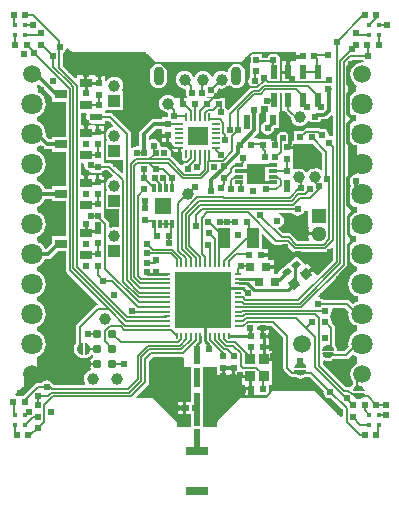
<source format=gtl>
G04 Layer_Physical_Order=1*
G04 Layer_Color=255*
%FSLAX24Y24*%
%MOIN*%
G70*
G01*
G75*
%ADD10C,0.0060*%
%ADD11R,0.0276X0.0118*%
%ADD12R,0.0642X0.0689*%
%ADD13C,0.0079*%
%ADD14R,0.0669X0.0606*%
%ADD15O,0.0079X0.0276*%
%ADD16O,0.0276X0.0079*%
%ADD17R,0.0248X0.0327*%
%ADD18C,0.0310*%
%ADD19R,0.0575X0.0535*%
%ADD20R,0.0118X0.0295*%
%ADD21R,0.0728X0.0315*%
%ADD22R,0.0394X0.0709*%
%ADD23R,0.1850X0.1850*%
%ADD24O,0.0256X0.0079*%
%ADD25O,0.0079X0.0256*%
%ADD26R,0.0335X0.0374*%
%ADD27R,0.0295X0.0315*%
G04:AMPARAMS|DCode=28|XSize=19.7mil|YSize=25.6mil|CornerRadius=0mil|HoleSize=0mil|Usage=FLASHONLY|Rotation=310.000|XOffset=0mil|YOffset=0mil|HoleType=Round|Shape=Rectangle|*
%AMROTATEDRECTD28*
4,1,4,-0.0161,-0.0007,0.0035,0.0158,0.0161,0.0007,-0.0035,-0.0158,-0.0161,-0.0007,0.0*
%
%ADD28ROTATEDRECTD28*%

G04:AMPARAMS|DCode=29|XSize=31.5mil|YSize=29.5mil|CornerRadius=0mil|HoleSize=0mil|Usage=FLASHONLY|Rotation=310.000|XOffset=0mil|YOffset=0mil|HoleType=Round|Shape=Rectangle|*
%AMROTATEDRECTD29*
4,1,4,-0.0214,0.0026,0.0012,0.0216,0.0214,-0.0026,-0.0012,-0.0216,-0.0214,0.0026,0.0*
%
%ADD29ROTATEDRECTD29*%

%ADD30R,0.0177X0.0177*%
%ADD31R,0.0236X0.0197*%
%ADD32R,0.0400X0.0300*%
%ADD33R,0.0236X0.0512*%
%ADD34C,0.0394*%
%ADD35R,0.0217X0.0236*%
%ADD36R,0.0236X0.0217*%
%ADD37R,0.0197X0.0236*%
%ADD38R,0.0197X0.0256*%
%ADD39R,0.0256X0.0197*%
%ADD40C,0.0120*%
%ADD41C,0.0090*%
%ADD42C,0.0100*%
%ADD43C,0.0200*%
%ADD44C,0.0150*%
%ADD45O,0.0354X0.0630*%
%ADD46C,0.0390*%
%ADD47R,0.0394X0.0394*%
%ADD48C,0.0512*%
%ADD49R,0.0512X0.0512*%
%ADD50C,0.0240*%
%ADD51C,0.0260*%
%ADD52C,0.0709*%
%ADD53C,0.0591*%
G36*
X1647Y1956D02*
X1672Y1939D01*
X1701Y1910D01*
X1722Y1887D01*
X1745Y1848D01*
X1756Y1811D01*
X1754Y1724D01*
X1744Y1696D01*
X1711Y1642D01*
X1678Y1610D01*
X1642Y1587D01*
X1602Y1575D01*
X1582Y1582D01*
X1571Y1602D01*
Y1942D01*
X1600Y1971D01*
X1647Y1956D01*
D02*
G37*
G36*
X10373Y3019D02*
X10362Y2930D01*
X10377Y2811D01*
X10423Y2701D01*
X10496Y2606D01*
X10591Y2533D01*
X10660Y2504D01*
Y2356D01*
X10591Y2327D01*
X10496Y2254D01*
X10423Y2159D01*
X10377Y2049D01*
X10362Y1930D01*
X10373Y1841D01*
X10230Y1698D01*
X10016D01*
X9987Y1733D01*
X9986Y1744D01*
X9987Y1748D01*
X9985Y1761D01*
X9983Y1781D01*
X9982Y1784D01*
X9951Y1859D01*
X9930Y1887D01*
Y2467D01*
X9920Y2518D01*
X9891Y2561D01*
X9805Y2646D01*
X9811Y2677D01*
X9794Y2763D01*
X9746Y2836D01*
Y2872D01*
X9794Y2944D01*
X9811Y3030D01*
X9799Y3092D01*
X9833Y3142D01*
X10251D01*
X10373Y3019D01*
D02*
G37*
G36*
X9884Y1628D02*
X9869Y1581D01*
X9852Y1556D01*
X9823Y1527D01*
X9800Y1506D01*
X9761Y1483D01*
X9724Y1472D01*
X9637Y1474D01*
X9609Y1484D01*
X9555Y1517D01*
X9523Y1550D01*
X9500Y1586D01*
X9488Y1626D01*
X9495Y1646D01*
X9516Y1658D01*
X9855D01*
X9884Y1628D01*
D02*
G37*
G36*
X1498Y1962D02*
X1510Y1941D01*
Y1602D01*
X1480Y1573D01*
X1434Y1588D01*
X1408Y1605D01*
X1379Y1634D01*
X1358Y1657D01*
X1335Y1696D01*
X1324Y1733D01*
X1326Y1820D01*
X1336Y1848D01*
X1369Y1902D01*
X1402Y1934D01*
X1439Y1956D01*
X1478Y1969D01*
X1498Y1962D01*
D02*
G37*
G36*
X7861Y5278D02*
X7904Y5249D01*
X7955Y5239D01*
X8284D01*
X8487Y5036D01*
X8530Y5008D01*
X8580Y4997D01*
X9577D01*
X9628Y5008D01*
X9671Y5036D01*
X9786Y5152D01*
X9832Y5133D01*
Y4729D01*
X9343Y4240D01*
X9281Y4249D01*
X9166Y4386D01*
X8976Y4227D01*
X8912Y4304D01*
X9101Y4463D01*
X8968Y4622D01*
X8905Y4569D01*
X8655Y4868D01*
X8407Y4659D01*
X8368Y4627D01*
X8019Y4334D01*
X8028Y4323D01*
X8005Y4273D01*
X7876D01*
Y4438D01*
X7628D01*
Y4538D01*
X7876D01*
Y4746D01*
X7669D01*
Y4842D01*
X7451D01*
Y4942D01*
X7669D01*
Y5090D01*
X7482D01*
Y5592D01*
X7528Y5611D01*
X7861Y5278D01*
D02*
G37*
G36*
X479Y6687D02*
X936D01*
Y5524D01*
X479D01*
Y5300D01*
X290Y5111D01*
X233Y5119D01*
X217Y5159D01*
X144Y5254D01*
X49Y5327D01*
X-30Y5360D01*
Y5500D01*
X49Y5533D01*
X144Y5606D01*
X217Y5701D01*
X263Y5811D01*
X278Y5930D01*
X263Y6049D01*
X217Y6159D01*
X144Y6254D01*
X49Y6327D01*
X-30Y6360D01*
Y6500D01*
X49Y6533D01*
X144Y6606D01*
X217Y6701D01*
X247Y6774D01*
X479D01*
Y6687D01*
D02*
G37*
G36*
X9733Y1902D02*
X9761Y1892D01*
X9815Y1859D01*
X9847Y1826D01*
X9870Y1790D01*
X9882Y1750D01*
X9875Y1730D01*
X9854Y1718D01*
X9515D01*
X9486Y1748D01*
X9501Y1795D01*
X9518Y1820D01*
X9547Y1849D01*
X9570Y1870D01*
X9609Y1893D01*
X9646Y1904D01*
X9733Y1902D01*
D02*
G37*
G36*
X10423Y4701D02*
X10496Y4606D01*
X10591Y4533D01*
X10660Y4504D01*
Y4356D01*
X10591Y4327D01*
X10496Y4254D01*
X10423Y4159D01*
X10377Y4049D01*
X10362Y3930D01*
X10377Y3811D01*
X10423Y3701D01*
X10496Y3606D01*
X10591Y3533D01*
X10660Y3504D01*
Y3356D01*
X10591Y3327D01*
X10506Y3262D01*
X10399Y3368D01*
X10356Y3397D01*
X10306Y3407D01*
X9526D01*
X9509Y3433D01*
X9436Y3481D01*
X9381Y3493D01*
X9364Y3547D01*
X10299Y4481D01*
X10327Y4524D01*
X10338Y4575D01*
Y4777D01*
X10388Y4787D01*
X10423Y4701D01*
D02*
G37*
G36*
X10591Y1533D02*
X10660Y1504D01*
Y1292D01*
X10621Y1275D01*
X10538Y1212D01*
X10475Y1129D01*
X10435Y1033D01*
X10421Y930D01*
X10435Y827D01*
X10475Y731D01*
X10517Y675D01*
Y592D01*
X10481Y564D01*
X10432Y500D01*
X10415Y495D01*
X10412Y496D01*
X10362Y507D01*
X10261D01*
X9503Y1265D01*
Y1368D01*
X9553Y1396D01*
X9605Y1374D01*
X9685Y1364D01*
X9765Y1374D01*
X9839Y1405D01*
X9875Y1432D01*
X10285D01*
X10336Y1443D01*
X10379Y1471D01*
X10506Y1598D01*
X10591Y1533D01*
D02*
G37*
G36*
X8194Y2153D02*
Y1122D01*
X8204Y1071D01*
X8233Y1028D01*
X8371Y891D01*
X8414Y862D01*
X8465Y852D01*
X8570D01*
X8606Y824D01*
X8680Y793D01*
X8760Y783D01*
X8839Y793D01*
X8914Y824D01*
X8931Y837D01*
X9075D01*
X9532Y381D01*
X9526Y350D01*
X9543Y264D01*
X9591Y191D01*
X9664Y143D01*
X9750Y126D01*
X9781Y132D01*
X10169Y-257D01*
Y-468D01*
X10123Y-487D01*
X9293Y344D01*
X9250Y372D01*
X9199Y383D01*
X7890D01*
X7839Y372D01*
X7796Y344D01*
X7776Y324D01*
X7730Y343D01*
Y568D01*
X7809D01*
Y1138D01*
Y1375D01*
X7541D01*
Y1475D01*
X7809D01*
Y1712D01*
X7730D01*
Y1790D01*
X7512D01*
Y1890D01*
X7730D01*
Y1992D01*
Y2140D01*
X7512D01*
Y2190D01*
X7462D01*
Y2388D01*
X7332D01*
X7301Y2427D01*
X7309Y2470D01*
X7302Y2509D01*
X7333Y2547D01*
X7799D01*
X8194Y2153D01*
D02*
G37*
G36*
X10898Y270D02*
X10883Y223D01*
X10866Y198D01*
X10837Y169D01*
X10814Y148D01*
X10775Y125D01*
X10738Y114D01*
X10651Y116D01*
X10623Y126D01*
X10569Y159D01*
X10537Y192D01*
X10514Y228D01*
X10502Y268D01*
X10509Y288D01*
X10530Y299D01*
X10869D01*
X10898Y270D01*
D02*
G37*
G36*
X4875Y1480D02*
Y1160D01*
X5107D01*
Y1041D01*
X5101Y1013D01*
Y602D01*
X5107Y574D01*
Y231D01*
X5101Y203D01*
Y-2D01*
X4963D01*
Y-200D01*
Y-398D01*
X5101D01*
Y-652D01*
X5107Y-680D01*
Y-839D01*
X4660D01*
Y-728D01*
X4650Y-677D01*
X4621Y-634D01*
X3894Y94D01*
X3851Y122D01*
X3800Y133D01*
X3299D01*
X3280Y179D01*
X3670Y569D01*
X3699Y613D01*
X3709Y663D01*
Y1382D01*
X3834Y1507D01*
X4842D01*
X4875Y1480D01*
D02*
G37*
G36*
X5987Y915D02*
X6135D01*
Y1133D01*
X6235D01*
Y915D01*
X6337D01*
Y915D01*
X6485D01*
Y1133D01*
X6585D01*
Y915D01*
X6733D01*
Y1005D01*
X6777Y1028D01*
X6821Y1005D01*
Y905D01*
X7089D01*
Y805D01*
X6821D01*
Y568D01*
X6900D01*
Y490D01*
X7118D01*
Y440D01*
X7168D01*
Y242D01*
X7629D01*
X7648Y195D01*
X7585Y133D01*
X6820D01*
X6769Y122D01*
X6726Y94D01*
X6009Y-624D01*
X5980Y-667D01*
X5970Y-718D01*
Y-839D01*
X5503D01*
Y-680D01*
X5509Y-652D01*
Y-398D01*
X5515D01*
Y-2D01*
X5509D01*
Y203D01*
X5503Y231D01*
Y574D01*
X5509Y602D01*
Y1013D01*
X5503Y1041D01*
Y1160D01*
X5987D01*
Y915D01*
D02*
G37*
G36*
X8959Y1047D02*
X8944Y1001D01*
X8927Y975D01*
X8898Y946D01*
X8875Y925D01*
X8836Y902D01*
X8799Y891D01*
X8712Y893D01*
X8684Y903D01*
X8630Y936D01*
X8598Y969D01*
X8575Y1005D01*
X8563Y1045D01*
X8570Y1065D01*
X8591Y1077D01*
X8930D01*
X8959Y1047D01*
D02*
G37*
G36*
X8808Y1321D02*
X8836Y1311D01*
X8890Y1278D01*
X8922Y1245D01*
X8944Y1209D01*
X8957Y1169D01*
X8950Y1149D01*
X8929Y1137D01*
X8590D01*
X8561Y1167D01*
X8576Y1214D01*
X8593Y1239D01*
X8622Y1268D01*
X8645Y1289D01*
X8684Y1312D01*
X8721Y1323D01*
X8808Y1321D01*
D02*
G37*
G36*
X10747Y544D02*
X10775Y534D01*
X10829Y501D01*
X10861Y468D01*
X10883Y432D01*
X10896Y392D01*
X10889Y372D01*
X10868Y360D01*
X10529D01*
X10500Y390D01*
X10515Y436D01*
X10532Y462D01*
X10561Y491D01*
X10584Y512D01*
X10623Y535D01*
X10660Y546D01*
X10747Y544D01*
D02*
G37*
G36*
X936Y4404D02*
X947Y4354D01*
X975Y4311D01*
X2005Y3281D01*
X1988Y3227D01*
X1968Y3223D01*
X1925Y3194D01*
X1324Y2593D01*
X1295Y2550D01*
X1285Y2499D01*
Y1961D01*
X1257Y1925D01*
X1227Y1851D01*
X1216Y1772D01*
X1227Y1692D01*
X1257Y1618D01*
X1306Y1554D01*
X1360Y1513D01*
X1370Y1505D01*
X1370Y1505D01*
X1402Y1491D01*
X1402Y1491D01*
X1444Y1475D01*
X1447Y1474D01*
X1447Y1475D01*
X1449Y1476D01*
X1451Y1475D01*
X1451Y1475D01*
X1461Y1473D01*
X1480Y1470D01*
X1488Y1471D01*
X1488Y1471D01*
X1491Y1472D01*
X1531Y1480D01*
X1540Y1486D01*
X1550Y1480D01*
X1601Y1470D01*
X1633Y1476D01*
X1633Y1474D01*
X1637Y1475D01*
X1711Y1505D01*
X1775Y1554D01*
X1801Y1588D01*
X1810Y1588D01*
X1864Y1552D01*
Y1492D01*
X1810Y1455D01*
X1754Y1371D01*
X1734Y1272D01*
X1754Y1172D01*
X1793Y1113D01*
X1770Y1059D01*
X1767Y1059D01*
X1695Y1029D01*
X1634Y982D01*
X1586Y920D01*
X1557Y849D01*
X1547Y772D01*
X1557Y695D01*
X1586Y623D01*
X1593Y614D01*
X1571Y569D01*
X533D01*
X509Y594D01*
X496Y602D01*
X459Y659D01*
X386Y707D01*
X300Y724D01*
X214Y707D01*
X141Y659D01*
X124Y633D01*
X3D01*
X-48Y622D01*
X-91Y594D01*
X-476Y208D01*
X-720D01*
X-739Y254D01*
X-497Y497D01*
X-468Y540D01*
X-458Y591D01*
X-458Y591D01*
Y766D01*
X-30Y1194D01*
Y1500D01*
X49Y1533D01*
X144Y1606D01*
X217Y1701D01*
X263Y1811D01*
X278Y1930D01*
X263Y2049D01*
X217Y2159D01*
X144Y2254D01*
X49Y2327D01*
X-30Y2360D01*
Y2500D01*
X49Y2533D01*
X144Y2606D01*
X217Y2701D01*
X263Y2811D01*
X278Y2930D01*
X263Y3049D01*
X217Y3159D01*
X144Y3254D01*
X49Y3327D01*
X-30Y3360D01*
Y3500D01*
X49Y3533D01*
X144Y3606D01*
X217Y3701D01*
X263Y3811D01*
X278Y3930D01*
X263Y4049D01*
X217Y4159D01*
X144Y4254D01*
X49Y4327D01*
X-30Y4360D01*
Y4500D01*
X49Y4533D01*
X144Y4606D01*
X217Y4701D01*
X244Y4767D01*
X340D01*
X402Y4779D01*
X455Y4815D01*
X665Y5024D01*
X936D01*
Y4404D01*
D02*
G37*
G36*
X1561Y7938D02*
X1553Y7897D01*
X1570Y7811D01*
X1619Y7738D01*
X1692Y7690D01*
X1777Y7672D01*
X1792Y7661D01*
Y7635D01*
X2208D01*
Y7721D01*
X2339D01*
X2506Y7554D01*
X2490Y7506D01*
X2486Y7506D01*
X2414Y7476D01*
X2352Y7428D01*
X2305Y7366D01*
X2275Y7294D01*
X2265Y7217D01*
X2275Y7139D01*
X2305Y7067D01*
X2311Y7058D01*
X2289Y7014D01*
X2267D01*
Y6420D01*
X2717D01*
Y5862D01*
X2667Y5828D01*
X2641Y5839D01*
X2564Y5849D01*
X2486Y5839D01*
X2433Y5817D01*
X2383Y5843D01*
Y5953D01*
X2372Y6004D01*
X2344Y6047D01*
X2208Y6182D01*
Y6379D01*
Y6735D01*
Y7129D01*
Y7297D01*
X2000D01*
Y7347D01*
X1950D01*
Y7565D01*
X1792D01*
Y7561D01*
X1656D01*
Y7311D01*
X1556D01*
Y7561D01*
X1442D01*
Y7977D01*
X1530D01*
X1561Y7938D01*
D02*
G37*
G36*
X8140Y9719D02*
X8232D01*
X8236Y9701D01*
X8265Y9658D01*
X8442Y9481D01*
X8451Y9411D01*
X8481Y9338D01*
X8528Y9276D01*
X8590Y9229D01*
X8663Y9199D01*
X8740Y9189D01*
X8818Y9199D01*
X8890Y9229D01*
X8952Y9276D01*
X8999Y9338D01*
X9012Y9370D01*
X9069Y9375D01*
X9091Y9341D01*
X9164Y9293D01*
X9250Y9276D01*
X9336Y9293D01*
X9409Y9341D01*
X9450Y9404D01*
X9557D01*
X9620Y9416D01*
X9672Y9452D01*
X9782Y9561D01*
X9832Y9541D01*
Y8879D01*
X9794Y8859D01*
X9782Y8858D01*
X9708Y8873D01*
X9712Y8898D01*
X9695Y8983D01*
X9647Y9056D01*
X9574Y9105D01*
X9488Y9122D01*
X9446Y9114D01*
X9405Y9141D01*
X9355Y9151D01*
X8961D01*
X8911Y9141D01*
X8868Y9112D01*
X8784Y9028D01*
X8545D01*
Y8713D01*
X8498Y8705D01*
Y8705D01*
X8442D01*
X8401Y8755D01*
X8408Y8794D01*
X8391Y8880D01*
X8343Y8953D01*
X8270Y9002D01*
X8184Y9019D01*
X8098Y9002D01*
X8025Y8953D01*
X7977Y8880D01*
X7960Y8794D01*
X7949Y8781D01*
X7344D01*
Y8791D01*
X7237D01*
X7217Y8837D01*
X7344Y8964D01*
X7379Y9016D01*
X7392Y9079D01*
Y9588D01*
X7432Y9648D01*
X7449Y9734D01*
X7432Y9820D01*
X7427Y9828D01*
X7490Y9892D01*
X7491Y9891D01*
X7564Y9843D01*
X7648Y9826D01*
Y9723D01*
X7648Y9719D01*
X7639Y9673D01*
X7611D01*
Y9357D01*
X7581Y9351D01*
X7509Y9302D01*
X7460Y9230D01*
X7443Y9144D01*
X7460Y9058D01*
X7509Y8985D01*
X7581Y8936D01*
X7667Y8919D01*
X7753Y8936D01*
X7826Y8985D01*
X7874Y9058D01*
X7890Y9136D01*
X7900Y9146D01*
X8059D01*
Y9669D01*
X8059Y9673D01*
X8068Y9719D01*
X8085D01*
Y10288D01*
X8140D01*
Y9719D01*
D02*
G37*
G36*
X479Y10166D02*
Y10014D01*
X936D01*
Y8851D01*
X479D01*
Y8764D01*
X384D01*
X271Y8877D01*
X278Y8930D01*
X263Y9049D01*
X217Y9159D01*
X144Y9254D01*
X49Y9327D01*
X-30Y9360D01*
Y9500D01*
X49Y9533D01*
X144Y9606D01*
X217Y9701D01*
X263Y9811D01*
X278Y9930D01*
X263Y10049D01*
X217Y10159D01*
X144Y10254D01*
X49Y10327D01*
X26Y10336D01*
X22Y10349D01*
X33Y10400D01*
X22Y10451D01*
X-6Y10494D01*
X-30Y10510D01*
Y10564D01*
X19Y10585D01*
X43Y10603D01*
X479Y10166D01*
D02*
G37*
G36*
X4132Y8938D02*
X4331D01*
Y8888D01*
X4381D01*
Y8670D01*
X4461D01*
X4484Y8642D01*
X4495Y8587D01*
X4511Y8563D01*
X4495Y8539D01*
X4494Y8534D01*
X4536D01*
X4572Y8510D01*
X4626Y8500D01*
X4724D01*
Y8484D01*
X4774D01*
Y8342D01*
X4799D01*
Y8169D01*
X4810Y8115D01*
X4840Y8069D01*
X4887Y8038D01*
X4906Y8034D01*
X4916Y7981D01*
X4861Y7944D01*
X4834Y7903D01*
X4770Y7896D01*
X4480Y8186D01*
X4437Y8215D01*
X4434Y8215D01*
X4449Y8292D01*
X4432Y8378D01*
X4384Y8451D01*
X4311Y8500D01*
X4225Y8517D01*
X4204Y8512D01*
X4155Y8515D01*
D01*
X4111Y8530D01*
X4092Y8553D01*
X4075Y8639D01*
X4027Y8712D01*
X3954Y8760D01*
X3868Y8777D01*
X3782Y8760D01*
X3756Y8743D01*
X3706Y8770D01*
Y8869D01*
X3955Y9118D01*
X4132D01*
Y8938D01*
D02*
G37*
G36*
X7075Y11522D02*
Y11199D01*
Y10832D01*
X7037Y10775D01*
X7020Y10690D01*
X7037Y10604D01*
X7085Y10532D01*
X7092Y10520D01*
Y10481D01*
X7085Y10471D01*
X6360Y9746D01*
X6312Y9760D01*
X6310Y9771D01*
X6261Y9844D01*
X6257Y9846D01*
Y10120D01*
X5659D01*
X5640Y10170D01*
X5667Y10210D01*
X5702Y10186D01*
X5787Y10169D01*
X5873Y10186D01*
X5946Y10235D01*
X5995Y10308D01*
X6012Y10394D01*
X6006Y10424D01*
X6047Y10466D01*
X6064Y10459D01*
X6142Y10449D01*
X6219Y10459D01*
X6291Y10489D01*
X6353Y10536D01*
X6368Y10555D01*
X6418Y10555D01*
X6432Y10538D01*
X6489Y10493D01*
X6557Y10465D01*
X6629Y10456D01*
X6702Y10465D01*
X6769Y10493D01*
X6827Y10538D01*
X6871Y10596D01*
X6899Y10663D01*
X6909Y10735D01*
Y11011D01*
X6899Y11083D01*
X6871Y11151D01*
X6827Y11209D01*
X6769Y11253D01*
X6702Y11281D01*
X6713Y11327D01*
X6760D01*
X6811Y11338D01*
X6854Y11366D01*
X7029Y11542D01*
X7075Y11522D01*
D02*
G37*
G36*
X8615Y11570D02*
X8833D01*
Y11470D01*
X8615D01*
Y11384D01*
X8577Y11356D01*
X8409D01*
Y11000D01*
X8359D01*
Y10950D01*
X8140D01*
Y10673D01*
X8085D01*
Y11356D01*
X8085D01*
X8088Y11398D01*
X8087Y11404D01*
X8071Y11483D01*
X8023Y11556D01*
X7950Y11605D01*
X7864Y11622D01*
X7778Y11605D01*
X7706Y11556D01*
X7666Y11497D01*
X7492D01*
Y11635D01*
X7492D01*
X7509Y11678D01*
X8615D01*
Y11570D01*
D02*
G37*
G36*
X10841Y11391D02*
X10870Y11373D01*
X10851Y11325D01*
X10820Y11329D01*
X10717Y11315D01*
X10621Y11275D01*
X10538Y11212D01*
X10475Y11129D01*
X10435Y11033D01*
X10421Y10930D01*
X10435Y10827D01*
X10475Y10731D01*
X10538Y10648D01*
X10621Y10585D01*
X10625Y10583D01*
X10629Y10578D01*
X10640Y10523D01*
X10626Y10501D01*
X10615Y10450D01*
X10626Y10399D01*
X10628Y10396D01*
X10609Y10334D01*
X10591Y10327D01*
X10496Y10254D01*
X10423Y10159D01*
X10387Y10073D01*
X10337Y10083D01*
Y11279D01*
X10475Y11417D01*
X10824D01*
X10841Y11391D01*
D02*
G37*
G36*
X1087Y11717D02*
X1130Y11689D01*
X1181Y11678D01*
X3531D01*
X3843Y11366D01*
X3886Y11338D01*
X3937Y11327D01*
X3947D01*
X3958Y11281D01*
X3891Y11253D01*
X3833Y11209D01*
X3789Y11151D01*
X3761Y11083D01*
X3751Y11011D01*
Y10735D01*
X3761Y10663D01*
X3789Y10596D01*
X3833Y10538D01*
X3891Y10493D01*
X3958Y10465D01*
X4031Y10456D01*
X4103Y10465D01*
X4171Y10493D01*
X4228Y10538D01*
X4273Y10596D01*
X4301Y10663D01*
X4310Y10735D01*
Y11011D01*
X4301Y11083D01*
X4273Y11151D01*
X4228Y11209D01*
X4171Y11253D01*
X4103Y11281D01*
X4115Y11327D01*
X6545D01*
X6557Y11281D01*
X6489Y11253D01*
X6432Y11209D01*
X6387Y11151D01*
X6359Y11083D01*
X6351Y11024D01*
X6306Y10996D01*
X6291Y11007D01*
X6219Y11037D01*
X6142Y11047D01*
X6064Y11037D01*
X5992Y11007D01*
X5930Y10960D01*
X5882Y10898D01*
X5853Y10826D01*
X5852Y10821D01*
X5802D01*
X5801Y10826D01*
X5771Y10898D01*
X5724Y10960D01*
X5662Y11007D01*
X5589Y11037D01*
X5512Y11047D01*
X5434Y11037D01*
X5362Y11007D01*
X5300Y10960D01*
X5253Y10898D01*
X5234Y10852D01*
X5180D01*
X5161Y10898D01*
X5113Y10960D01*
X5051Y11007D01*
X4979Y11037D01*
X4902Y11047D01*
X4824Y11037D01*
X4752Y11007D01*
X4690Y10960D01*
X4642Y10898D01*
X4612Y10826D01*
X4602Y10748D01*
X4612Y10671D01*
X4642Y10598D01*
X4690Y10536D01*
X4752Y10489D01*
X4824Y10459D01*
X4902Y10449D01*
X4924Y10452D01*
X4953Y10405D01*
X4950Y10401D01*
X4933Y10315D01*
X4950Y10229D01*
X4990Y10170D01*
X4971Y10120D01*
X4893D01*
Y9921D01*
X4793D01*
Y10120D01*
X4624D01*
X4624Y10120D01*
Y10120D01*
X4581Y10138D01*
X4562Y10163D01*
X4500Y10210D01*
X4428Y10240D01*
X4350Y10250D01*
X4273Y10240D01*
X4201Y10210D01*
X4139Y10163D01*
X4091Y10100D01*
X4061Y10028D01*
X4051Y9951D01*
X4061Y9873D01*
X4091Y9801D01*
X4139Y9739D01*
X4201Y9691D01*
X4273Y9662D01*
X4322Y9655D01*
X4346Y9620D01*
X4351Y9604D01*
X4351Y9603D01*
X4335Y9524D01*
X4315Y9500D01*
X4132D01*
Y9445D01*
X3888D01*
X3825Y9432D01*
X3772Y9397D01*
X3428Y9052D01*
X3393Y8999D01*
X3380Y8937D01*
Y8556D01*
X3342Y8525D01*
X3307Y8531D01*
X3221Y8514D01*
X3163Y8475D01*
X3113Y8495D01*
Y8950D01*
X3102Y9001D01*
X3074Y9044D01*
X2521Y9597D01*
X2478Y9626D01*
X2427Y9636D01*
X2258D01*
Y9707D01*
X2267Y9753D01*
X2308Y9753D01*
X2861D01*
Y10347D01*
X2839D01*
X2817Y10392D01*
X2823Y10400D01*
X2853Y10473D01*
X2863Y10550D01*
X2853Y10627D01*
X2823Y10700D01*
X2776Y10762D01*
X2714Y10809D01*
X2641Y10839D01*
X2564Y10849D01*
X2486Y10839D01*
X2414Y10809D01*
X2352Y10762D01*
X2308Y10704D01*
X2293Y10705D01*
X2258Y10718D01*
Y10865D01*
X2100D01*
Y10647D01*
X2000D01*
Y10865D01*
X1906D01*
Y10888D01*
X1656D01*
Y10638D01*
X1556D01*
Y10888D01*
X1306D01*
Y10807D01*
X1260Y10788D01*
X853Y11195D01*
Y11651D01*
X899Y11681D01*
X947Y11754D01*
X953Y11781D01*
X1007Y11798D01*
X1087Y11717D01*
D02*
G37*
G36*
X1644Y9596D02*
X1640Y9589D01*
X1623Y9503D01*
X1640Y9417D01*
X1688Y9345D01*
X1761Y9296D01*
X1847Y9279D01*
X1878Y9285D01*
X2258D01*
Y9371D01*
X2372D01*
X2520Y9222D01*
X2504Y9175D01*
X2486Y9173D01*
X2414Y9143D01*
X2352Y9095D01*
X2305Y9033D01*
X2275Y8961D01*
X2265Y8883D01*
X2275Y8806D01*
X2305Y8734D01*
X2311Y8725D01*
X2289Y8680D01*
X2267D01*
Y8086D01*
X2847D01*
Y7653D01*
X2801Y7634D01*
X2488Y7947D01*
X2445Y7976D01*
X2394Y7986D01*
X2208D01*
Y8385D01*
Y8779D01*
Y8947D01*
X2000D01*
Y8997D01*
X1950D01*
Y9215D01*
X1906D01*
Y9225D01*
X1656D01*
Y8975D01*
X1556D01*
Y9225D01*
X1442D01*
Y9640D01*
X1621D01*
X1644Y9596D01*
D02*
G37*
G36*
X201Y8485D02*
X254Y8450D01*
X316Y8438D01*
X316Y8438D01*
X479D01*
Y8351D01*
X936D01*
Y7187D01*
X479D01*
Y7101D01*
X241D01*
X217Y7159D01*
X144Y7254D01*
X49Y7327D01*
X-30Y7360D01*
Y7500D01*
X49Y7533D01*
X144Y7606D01*
X217Y7701D01*
X263Y7811D01*
X278Y7930D01*
X263Y8049D01*
X217Y8159D01*
X144Y8254D01*
X49Y8327D01*
X-30Y8360D01*
Y8500D01*
X49Y8533D01*
X108Y8578D01*
X201Y8485D01*
D02*
G37*
G36*
X10423Y8701D02*
X10496Y8606D01*
X10591Y8533D01*
X10660Y8504D01*
Y7611D01*
X10630Y7587D01*
X10544Y7569D01*
X10471Y7521D01*
X10423Y7448D01*
X10406Y7362D01*
X10423Y7276D01*
X10465Y7213D01*
X10423Y7159D01*
X10388Y7073D01*
X10338Y7083D01*
Y7204D01*
X10337Y7205D01*
Y8777D01*
X10387Y8787D01*
X10423Y8701D01*
D02*
G37*
G36*
X9494Y8295D02*
Y7761D01*
X9444Y7736D01*
X9402Y7769D01*
X9329Y7799D01*
X9252Y7809D01*
X9174Y7799D01*
X9102Y7769D01*
X9040Y7722D01*
X9009Y7680D01*
X8953Y7676D01*
X8947Y7679D01*
X8922Y7712D01*
X8860Y7759D01*
X8787Y7789D01*
X8710Y7799D01*
X8633Y7789D01*
X8560Y7759D01*
X8553Y7754D01*
X8508Y7776D01*
Y7915D01*
X8498D01*
Y8269D01*
Y8437D01*
X8300D01*
Y8537D01*
X8498D01*
Y8604D01*
X8545Y8612D01*
Y8612D01*
X9178D01*
X9494Y8295D01*
D02*
G37*
G36*
X9014Y5845D02*
X9045D01*
X9067Y5800D01*
X9059Y5790D01*
X9023Y5703D01*
X9018Y5660D01*
X9370D01*
Y5560D01*
X9018D01*
X9023Y5517D01*
X9059Y5431D01*
X9062Y5427D01*
X9040Y5383D01*
X8685D01*
X8482Y5585D01*
X8439Y5614D01*
X8388Y5624D01*
X8187D01*
X8026Y5785D01*
X8043Y5839D01*
X8078Y5846D01*
X8151Y5895D01*
X8199Y5967D01*
X8216Y6053D01*
X8199Y6139D01*
X8151Y6212D01*
X8078Y6260D01*
X8058Y6264D01*
X8063Y6314D01*
X8489D01*
X8513Y6278D01*
X8585Y6230D01*
X8671Y6213D01*
X8757Y6230D01*
X8830Y6278D01*
X8878Y6351D01*
X8884Y6378D01*
X9014D01*
Y5845D01*
D02*
G37*
%LPC*%
G36*
X7730Y2388D02*
X7562D01*
Y2240D01*
X7730D01*
Y2388D01*
D02*
G37*
G36*
X4863Y-2D02*
X4685D01*
Y-150D01*
X4863D01*
Y-2D01*
D02*
G37*
G36*
Y-250D02*
X4685D01*
Y-398D01*
X4863D01*
Y-250D01*
D02*
G37*
G36*
X7068Y390D02*
X6900D01*
Y242D01*
X7068D01*
Y390D01*
D02*
G37*
G36*
X2208Y7565D02*
X2050D01*
Y7397D01*
X2208D01*
Y7565D01*
D02*
G37*
G36*
X4281Y8838D02*
X4132D01*
Y8670D01*
X4281D01*
Y8838D01*
D02*
G37*
G36*
X4674Y8434D02*
X4494D01*
X4495Y8430D01*
X4526Y8384D01*
X4572Y8353D01*
X4626Y8342D01*
X4674D01*
Y8434D01*
D02*
G37*
G36*
X8309Y11356D02*
X8140D01*
Y11050D01*
X8309D01*
Y11356D01*
D02*
G37*
G36*
X2208Y9215D02*
X2050D01*
Y9047D01*
X2208D01*
Y9215D01*
D02*
G37*
%LPD*%
D10*
X8929Y1167D02*
G03*
X8590Y1167I-170J-44D01*
G01*
Y1047D02*
G03*
X8929Y1047I170J44D01*
G01*
X1480Y1941D02*
G03*
X1480Y1602I44J-170D01*
G01*
X1601D02*
G03*
X1601Y1941I-44J170D01*
G01*
X9516Y1628D02*
G03*
X9855Y1628I170J44D01*
G01*
Y1748D02*
G03*
X9516Y1748I-170J-44D01*
G01*
X10868Y390D02*
G03*
X10529Y390I-170J-44D01*
G01*
Y269D02*
G03*
X10868Y269I170J44D01*
G01*
X139Y11903D02*
X551Y11491D01*
X100Y11903D02*
X139D01*
X502Y11546D02*
X510Y11538D01*
X502Y11540D02*
Y11546D01*
X9627Y7443D02*
Y8350D01*
X8299Y8085D02*
X8317Y8103D01*
X8299Y7715D02*
Y8085D01*
X7616Y7091D02*
X7961D01*
X7848Y7518D02*
X7975D01*
X6696Y2859D02*
X6837D01*
X6696Y2701D02*
X6850D01*
X6696Y2544D02*
X6862D01*
X9587Y3040D02*
X9596Y3030D01*
X2000Y4964D02*
X2017Y4947D01*
X1653D02*
X2017D01*
X1606Y4900D02*
X1653Y4947D01*
X2000Y5228D02*
X2070Y5298D01*
X2000Y4964D02*
Y5228D01*
Y4503D02*
X2050Y4553D01*
X2000Y4230D02*
Y4503D01*
Y4230D02*
X2180Y4050D01*
X2050Y6153D02*
X2250Y5953D01*
X2050Y6153D02*
Y6203D01*
X2000Y6625D02*
X2031Y6594D01*
X1637D02*
X2031D01*
X1606Y6563D02*
X1637Y6594D01*
X2000Y6898D02*
X2069Y6966D01*
X2000Y6625D02*
Y6898D01*
Y8568D02*
X2060Y8628D01*
X2000Y8227D02*
Y8568D01*
X1606Y8227D02*
X2000D01*
X2047Y10285D02*
X2070Y10308D01*
X2047Y9921D02*
Y10285D01*
Y9921D02*
X2069Y9900D01*
X7866Y11000D02*
Y11154D01*
X7866Y11000D02*
X7866Y11000D01*
X4796Y2105D02*
Y2219D01*
X4692Y2001D02*
X4796Y2105D01*
X8359Y9751D02*
Y10075D01*
X8763Y8820D02*
X8961Y9018D01*
X-353Y11872D02*
Y11900D01*
X-423Y-40D02*
Y74D01*
X9227Y11520D02*
X9300Y11447D01*
Y11043D02*
Y11447D01*
Y11043D02*
X9343Y11000D01*
X-758Y-1042D02*
Y-758D01*
Y-1042D02*
X-700Y-1100D01*
X-250D02*
X0Y-850D01*
X-306Y-1100D02*
X-250D01*
X0Y-850D02*
X21D01*
X10749Y-1100D02*
X10903D01*
X10302Y-652D02*
X10749Y-1100D01*
X-817Y-40D02*
X-780Y-77D01*
Y-401D02*
Y-77D01*
Y-401D02*
X-758Y-423D01*
X0Y-103D02*
Y200D01*
X-423Y-423D02*
X-300Y-300D01*
X-421Y-758D02*
X-160Y-497D01*
X-423Y-758D02*
X-421D01*
X-160Y-497D02*
X0D01*
X-290Y-330D02*
Y-310D01*
X-300Y-300D02*
X-290Y-310D01*
X-403Y12900D02*
X-149D01*
X7848Y7715D02*
X8299D01*
X11297Y12813D02*
Y12900D01*
X11053Y12569D02*
X11297Y12813D01*
Y-1100D02*
X11303D01*
X10903Y-273D02*
Y-100D01*
Y-273D02*
X11053Y-423D01*
X10500Y-497D02*
X10761Y-758D01*
X11053D01*
X760Y5293D02*
X779Y5274D01*
X2059Y9890D02*
X2069Y9900D01*
X1606Y9890D02*
X2059D01*
X8851Y11000D02*
X9343D01*
X6696Y3489D02*
X6837D01*
X3779Y1640D02*
X4842D01*
X3730Y1760D02*
X4792D01*
X3681Y1881D02*
X4743D01*
X4954Y2092D02*
Y2219D01*
X4743Y1881D02*
X4954Y2092D01*
X5269Y2067D02*
Y2219D01*
X4842Y1640D02*
X5269Y2067D01*
X5111Y2079D02*
Y2219D01*
X4792Y1760D02*
X5111Y2079D01*
X7118Y1483D02*
Y1860D01*
X7039Y1405D02*
X7118Y1483D01*
X6267Y1881D02*
X6530D01*
X5741Y2067D02*
X6185Y1623D01*
X5741Y2067D02*
Y2219D01*
X6218Y1760D02*
X6317Y1760D01*
X5899Y2079D02*
X6218Y1760D01*
X5899Y2079D02*
Y2219D01*
X6056Y2092D02*
X6267Y1881D01*
X6056Y2092D02*
Y2219D01*
X6214Y2105D02*
X6318Y2001D01*
X6214Y2105D02*
Y2219D01*
X6185Y1520D02*
Y1623D01*
X6317Y1760D02*
X6507Y1569D01*
X2765Y2001D02*
X4692D01*
X7512Y440D02*
Y923D01*
X6855Y1140D02*
X7295D01*
X7512Y923D01*
X7065Y1430D02*
Y1516D01*
X6318Y2001D02*
X6579D01*
X7065Y1516D01*
X6530Y1881D02*
X6785Y1626D01*
Y1210D02*
Y1626D01*
Y1210D02*
X6855Y1140D01*
X2065Y8239D02*
X2070Y8245D01*
X-423Y12234D02*
X37D01*
X100Y12297D01*
X-758Y11961D02*
Y12234D01*
Y11961D02*
X-697Y11900D01*
X10663Y12234D02*
X11053D01*
X10600Y12297D02*
X10663Y12234D01*
X11388Y11909D02*
Y12234D01*
Y11909D02*
X11397Y11900D01*
X11388Y-423D02*
X11623D01*
X11388Y-423D02*
X11388Y-423D01*
X11297Y-100D02*
X11600D01*
X11631Y12569D02*
X11633Y12567D01*
X11388Y12569D02*
X11631D01*
X-423Y12569D02*
X-169D01*
X-423Y12569D02*
X-423Y12569D01*
X8851Y10075D02*
Y10199D01*
X-797Y12608D02*
X-758Y12569D01*
X-797Y12608D02*
Y12800D01*
X2850Y7097D02*
X2851Y7098D01*
X2850Y5430D02*
X2851Y5431D01*
Y5669D01*
X2850Y5670D02*
X2851Y5669D01*
X2850Y5670D02*
Y6482D01*
X2851Y6483D01*
Y6951D01*
X2850Y6952D02*
X2851Y6951D01*
X2850Y6952D02*
Y7097D01*
Y5285D02*
X2851Y5284D01*
X2850Y5285D02*
Y5430D01*
X8961Y9018D02*
X9355D01*
X8359Y9751D02*
X8740Y9370D01*
X-423Y74D02*
X3Y500D01*
X300D01*
X2427Y9503D02*
X2980Y8950D01*
X2050Y7853D02*
X2394D01*
X2100Y9503D02*
X2427D01*
X-120Y11640D02*
X-120D01*
X1771Y6203D02*
X2000D01*
X1724Y6250D02*
X1771Y6203D01*
X1797Y7853D02*
X2000D01*
X1778Y7872D02*
X1797Y7853D01*
X1778Y7872D02*
Y7897D01*
X1774Y7900D02*
X1778Y7897D01*
X1847Y9503D02*
X2050D01*
X7250Y11447D02*
X7300D01*
X11350Y-796D02*
X11388Y-758D01*
X11297Y-1100D02*
X11350Y-1047D01*
Y-796D01*
X-353Y11900D02*
X-120Y11667D01*
Y11640D02*
Y11667D01*
X1016Y10504D02*
X1069Y10451D01*
X1066Y10624D02*
X1189Y10501D01*
X1309Y4504D02*
Y10551D01*
X-120Y11640D02*
X390Y11130D01*
X1016Y10504D02*
X1016D01*
X390Y11130D02*
Y11130D01*
X1066Y10624D02*
X1066D01*
X740Y11840D02*
X789D01*
X720Y11820D02*
X740Y11840D01*
X720Y11860D02*
X740Y11840D01*
X720Y11860D02*
Y12031D01*
X-149Y12900D02*
X720Y12031D01*
X7955Y525D02*
X8325D01*
X7120Y250D02*
X7200Y170D01*
X7600D01*
X7955Y525D01*
X4341Y9272D02*
X4724D01*
X4331Y9281D02*
X4341Y9272D01*
X5256Y9488D02*
Y9833D01*
X5217Y9872D02*
X5256Y9833D01*
X2494Y2272D02*
X2765Y2001D01*
X5111Y4601D02*
Y4799D01*
X4639Y4601D02*
Y4762D01*
X4796Y4601D02*
Y4775D01*
X4954Y4601D02*
Y4787D01*
X5426Y4601D02*
Y4824D01*
X5269Y4601D02*
Y4811D01*
X5584Y4601D02*
Y4836D01*
X5728Y8268D02*
Y8331D01*
X7037Y5561D02*
Y6014D01*
X4313Y4118D02*
X4314Y4119D01*
X2506Y1260D02*
X2874D01*
X2494Y1272D02*
X2506Y1260D01*
X2249Y2027D02*
Y2373D01*
X1681Y1272D02*
X1994D01*
X1982Y2283D02*
X1994Y2272D01*
X1693Y2283D02*
X1982D01*
X2249Y2027D02*
X2494Y1782D01*
Y1772D02*
Y1782D01*
X7234Y5472D02*
X7244Y5482D01*
X6696Y4276D02*
Y4452D01*
X6772Y4528D01*
X7034D01*
X7992D02*
Y4764D01*
X8710Y7500D02*
X8790Y7420D01*
X9230Y7371D02*
Y7510D01*
Y7371D02*
X9390Y7211D01*
X8710Y7500D02*
X8790Y7420D01*
X3337Y1537D02*
X3681Y1881D01*
X3457Y1487D02*
X3730Y1760D01*
X3577Y1437D02*
X3779Y1640D01*
X300Y500D02*
X415D01*
X479Y437D01*
X11010Y187D02*
X11297Y-100D01*
X10820Y187D02*
X11010D01*
X10650Y514D02*
Y930D01*
X10306Y3274D02*
X10650Y2930D01*
X8809Y1043D02*
X8882Y970D01*
X10300Y97D02*
X10500Y-103D01*
X10300Y97D02*
Y130D01*
X8760Y1230D02*
X8789D01*
X9606Y2677D02*
Y2717D01*
X6112Y7145D02*
X6118Y7150D01*
X8339Y5372D02*
X8580Y5130D01*
X8388Y5492D02*
X8630Y5250D01*
X6706Y7321D02*
X6781D01*
Y7106D02*
Y7321D01*
X5689Y5246D02*
X5741Y5194D01*
Y4601D02*
Y5194D01*
X8760Y1260D02*
X8789Y1230D01*
X9157Y8820D02*
X9627Y8350D01*
X9461Y8971D02*
X9488Y8944D01*
X9488Y8944D02*
X9488Y8944D01*
X9488Y8898D02*
Y8944D01*
X9355Y9018D02*
X9475Y8898D01*
X9488D01*
X5661Y6579D02*
X5662Y6579D01*
X6555Y5965D02*
X6614Y6024D01*
X6102D02*
X6161Y5965D01*
X4331Y8888D02*
X4331Y8888D01*
X4559Y9524D02*
X4905D01*
X4941Y9488D01*
X5571Y9626D02*
X5669Y9724D01*
X5842D01*
X6039Y9921D01*
X5571Y9488D02*
Y9626D01*
X5413Y9690D02*
X5645Y9921D01*
X5413Y9488D02*
Y9690D01*
X4873Y9872D02*
X4931D01*
X5098Y9705D01*
Y9488D02*
Y9705D01*
X2394Y7853D02*
X2851Y7397D01*
Y7098D02*
Y7397D01*
X3307Y8307D02*
X3543D01*
Y7756D02*
X3543Y7756D01*
Y7461D02*
Y7756D01*
Y7461D02*
X3878Y7126D01*
X3340Y6883D02*
X3543Y7087D01*
X3898Y4646D02*
X3976Y4724D01*
X3661Y4646D02*
X3898D01*
X3661Y5276D02*
X3661D01*
X3898Y5630D02*
X3976Y5551D01*
X4075Y5945D02*
X4469D01*
X6039Y9921D02*
X6102Y9985D01*
X4559Y9524D02*
Y9742D01*
X4350Y9951D02*
X4559Y9742D01*
X1654Y1772D02*
X1994D01*
X8760Y1260D02*
X8829D01*
X7852Y11168D02*
X7866Y11154D01*
X7852Y11168D02*
X7864Y11181D01*
Y11398D01*
X10302Y-652D02*
Y-202D01*
X9750Y350D02*
X10302Y-202D01*
X10642Y150D02*
X10689Y197D01*
X10532Y260D02*
X10642Y150D01*
X7402Y4961D02*
X7441Y4921D01*
X7835D01*
X7992Y4764D01*
X7008Y4921D02*
Y4961D01*
X4314Y2859D02*
X4314Y2859D01*
X1189Y4454D02*
Y10501D01*
X1069Y4404D02*
Y10451D01*
X10650Y502D02*
X10699Y453D01*
X10650Y502D02*
Y514D01*
X10280Y130D02*
X10300D01*
X9250Y1160D02*
X10280Y130D01*
X1417Y1772D02*
Y1911D01*
X3110Y3016D02*
X4314D01*
X2250Y4448D02*
Y5953D01*
X2851Y4017D02*
Y5284D01*
X2980Y4058D02*
Y8950D01*
X3416Y3961D02*
X4314D01*
X3220Y4157D02*
X3416Y3961D01*
X3340Y4209D02*
Y6883D01*
Y4209D02*
X3431Y4118D01*
X4313D01*
X9685Y1752D02*
Y1811D01*
X3100Y4108D02*
X3404Y3804D01*
X4314D01*
X2980Y4058D02*
X3392Y3646D01*
X4314D01*
X2851Y4017D02*
X3379Y3489D01*
X4314D01*
X2250Y4448D02*
X3367Y3331D01*
X4314D01*
X2929Y2544D02*
X4314D01*
X3342Y3174D02*
X4314D01*
X2180Y4050D02*
X2466D01*
X3342Y3174D01*
X9250Y1160D02*
Y2167D01*
X6850Y2701D02*
X6948Y2800D01*
X6837Y2859D02*
X6899Y2920D01*
X6925Y3400D02*
X8691D01*
X6837Y3489D02*
X6925Y3400D01*
X6948Y2800D02*
X8617D01*
X6862Y2544D02*
X6998Y2680D01*
X7854D01*
X8327Y2208D01*
Y1122D02*
Y2208D01*
Y1122D02*
X8465Y984D01*
X8621D01*
X8760D01*
X8947Y2470D02*
X9154Y2677D01*
X8617Y2800D02*
X8947Y2470D01*
X8947D01*
X9250Y2167D01*
X6899Y2920D02*
X9245D01*
X9567Y2697D02*
Y2756D01*
X7930Y8160D02*
X8112Y8342D01*
X9227Y11520D02*
X9277Y11570D01*
X9670D01*
X7244Y10998D02*
X7300Y11053D01*
X7244Y10998D02*
X7274Y10968D01*
X7244Y10939D02*
X7274Y10968D01*
X7244Y10690D02*
Y10939D01*
X6515Y6004D02*
X6555Y5965D01*
X6505Y5994D02*
X6515Y6004D01*
X6083D02*
X6329D01*
X6495D02*
X6505Y5994D01*
X6329Y6004D02*
X6495D01*
X5773Y5950D02*
X6220Y5502D01*
X6056Y4601D02*
Y5239D01*
X6240Y5423D01*
Y5472D01*
X10849Y12900D02*
X10903D01*
X9965Y12016D02*
X10849Y12900D01*
X512Y197D02*
X3110D01*
X3577Y663D01*
Y1437D01*
X462Y317D02*
X3061D01*
X3457Y713D01*
Y1487D01*
X479Y437D02*
X3011D01*
X3337Y763D01*
Y1537D01*
X7566Y4528D02*
X7992D01*
X5413Y7933D02*
Y8268D01*
X720Y11140D02*
X1309Y10551D01*
X720Y11140D02*
Y11820D01*
X510Y11180D02*
Y11538D01*
Y11180D02*
X1066Y10624D01*
X390Y11130D02*
X1016Y10504D01*
X4443Y2414D02*
X4639Y2219D01*
X2889Y2414D02*
X4443D01*
X6604Y4921D02*
X7008D01*
X6371Y4688D02*
X6604Y4921D01*
X6371Y4601D02*
Y4688D01*
X6971Y5472D02*
X7234D01*
X6214Y4601D02*
Y4715D01*
X6971Y5472D01*
X5266Y5856D02*
Y6240D01*
X5472Y6447D01*
X5510Y6579D02*
X5661D01*
X9245Y2920D02*
X9370Y2795D01*
X9350Y3274D02*
X10306D01*
X4281Y10413D02*
X4449Y10581D01*
Y10896D02*
Y10971D01*
X3504Y11575D02*
X3652D01*
X4449Y10581D02*
Y10971D01*
X7382Y11365D02*
X7831D01*
X7300Y11447D02*
X7382Y11365D01*
X7831D02*
X7864Y11398D01*
X6801Y11299D02*
X7146Y11644D01*
X10476Y260D02*
X10532D01*
X10362Y374D02*
X10476Y260D01*
X9567Y2697D02*
X9797Y2467D01*
X9685Y1752D02*
X9797Y1864D01*
Y2467D01*
X10206Y374D02*
X10362D01*
X9370Y1210D02*
Y2795D01*
Y1210D02*
X10206Y374D01*
X8882Y970D02*
X9130D01*
X9750Y350D01*
X0Y200D02*
X345D01*
X462Y317D01*
X218Y-97D02*
X512Y197D01*
X21Y-850D02*
X218Y-652D01*
Y-97D01*
X10472Y11776D02*
X10600Y11903D01*
X10472Y11772D02*
Y11776D01*
X3661Y6024D02*
X3898D01*
Y5630D02*
Y6024D01*
X4459Y5935D02*
X4469Y5945D01*
X4409Y5551D02*
X4459Y5600D01*
Y5935D01*
X5472Y6447D02*
X8661D01*
X5662Y6579D02*
X8517D01*
X8661Y6447D02*
X8671Y6437D01*
X7961Y7091D02*
X8100Y7230D01*
Y7393D01*
X7975Y7518D02*
X8100Y7393D01*
X8790Y7130D02*
Y7420D01*
X9390Y7107D02*
Y7211D01*
X8728Y7130D02*
X8790D01*
X10420Y11550D02*
X11000D01*
X11003Y11553D01*
Y11900D01*
X5479Y4941D02*
X5584Y4836D01*
X5327Y6820D02*
X6229D01*
X5425Y6579D02*
X5435D01*
X5435Y6579D01*
X5510D01*
X5510Y6579D01*
X5375Y6699D02*
X5385D01*
X5385Y6699D01*
X5559D01*
X5560Y6699D01*
X7146Y11644D02*
X8397D01*
X8524Y11516D01*
X9627Y7443D02*
X9629Y7441D01*
X9636D01*
X9627Y7443D02*
X9724Y7346D01*
X8691Y3400D02*
X9965Y4674D01*
Y7303D01*
X8740Y3280D02*
X10085Y4625D01*
Y7254D01*
X8790Y3160D02*
X10205Y4575D01*
Y7204D01*
X7000Y6327D02*
X7955Y5372D01*
X8339D01*
X7452Y6172D02*
X8132Y5492D01*
X8388D01*
X9700Y8650D02*
X9845Y8505D01*
Y7353D02*
Y8505D01*
X9965Y12015D02*
X9965Y12016D01*
X10085Y11384D02*
X10472Y11772D01*
X10205Y11334D02*
X10420Y11550D01*
X9965Y7304D02*
Y12015D01*
X10205Y7204D02*
Y11334D01*
X9705Y1565D02*
X10285D01*
X10650Y1930D01*
X4777Y11299D02*
X6801D01*
X4449Y10971D02*
X4777Y11299D01*
X5118Y10315D02*
X5157D01*
X5118D02*
Y10531D01*
X4882Y10768D02*
X5118Y10531D01*
X5472Y10315D02*
Y10630D01*
X5354Y10748D02*
X5472Y10630D01*
X6593Y7912D02*
X6706D01*
X6229Y8720D02*
X6299Y8790D01*
X6220Y8799D02*
X6260Y8759D01*
Y8721D02*
Y8759D01*
X6230Y8721D02*
X6260D01*
X6792Y8149D02*
X6880Y8061D01*
X6861Y8062D02*
X6861Y8061D01*
X6812Y8169D02*
X6861Y8120D01*
X6792Y8149D02*
X6812Y8169D01*
X5728Y8051D02*
Y8268D01*
X5690Y8014D02*
X5728Y8052D01*
X6200Y7503D02*
X6230Y7473D01*
X3868Y8376D02*
X3937Y8307D01*
X3868Y8376D02*
Y8553D01*
X6230Y7263D02*
Y7473D01*
X6118Y7150D02*
X6230Y7263D01*
X5728Y9433D02*
Y9488D01*
Y8052D02*
X5838D01*
X6089D02*
X6194D01*
X5838D02*
X5838Y8052D01*
X6089D01*
X6089Y8052D01*
X3722Y8092D02*
X4386D01*
X5709Y5620D02*
X5899Y5430D01*
X5899Y4601D02*
X5899Y4601D01*
Y5430D01*
X1417Y2499D02*
X2019Y3100D01*
X2373D01*
X1417Y1911D02*
Y2499D01*
X1069Y4404D02*
X2373Y3100D01*
X2929Y2544D01*
X8465Y10690D02*
Y10758D01*
X8439Y10664D02*
X8465Y10690D01*
X2249Y2373D02*
X2405Y2530D01*
X2774D01*
X2889Y2414D01*
X3937Y8307D02*
X4006Y8238D01*
X3722Y8092D02*
X3868Y8238D01*
X4006D01*
X3720Y7972D02*
X3848Y7844D01*
X3720Y7972D02*
X4350D01*
X5690Y7708D02*
Y8014D01*
X5571Y7744D02*
Y8268D01*
X5315Y7835D02*
X5413Y7933D01*
X3661Y4961D02*
X3663Y4959D01*
X4443D02*
X4639Y4762D01*
X3663Y4959D02*
X4443D01*
X4492Y5079D02*
X4796Y4775D01*
X3661Y5276D02*
X3858Y5079D01*
X4492D01*
X4696Y6625D02*
X5236Y7165D01*
X4696Y5045D02*
X4954Y4787D01*
X4816Y6309D02*
X5327Y6820D01*
X4816Y5095D02*
X5111Y4799D01*
X4936Y6259D02*
X5375Y6699D01*
X4936Y5144D02*
X5269Y4811D01*
X4696Y5045D02*
Y6625D01*
X4816Y5095D02*
Y6309D01*
X4936Y5144D02*
Y6259D01*
X5056Y6210D02*
X5425Y6579D01*
X5056Y5194D02*
X5426Y4824D01*
X5056Y5194D02*
Y6210D01*
X5479Y4941D02*
Y6148D01*
X5658Y6327D01*
X7000D01*
X8112Y8342D02*
Y8740D01*
X6398Y9075D02*
X6407Y9085D01*
X6188Y8970D02*
Y9314D01*
X8112Y8740D02*
X8166Y8794D01*
X8184D01*
X8213D01*
X6861Y7992D02*
Y8120D01*
X6706Y7912D02*
X6780D01*
X6861Y7992D01*
X8630Y5250D02*
X9541D01*
X9724Y5433D01*
Y7346D01*
X9577Y5130D02*
X9845Y5398D01*
X8580Y5130D02*
X9577D01*
X9845Y5398D02*
Y7353D01*
X6457Y7406D02*
X6569Y7518D01*
X6706D01*
X6457Y7775D02*
X6593Y7912D01*
X6200Y7503D02*
X6283D01*
X6457Y7677D01*
Y7775D01*
X7520Y8425D02*
X7590Y8355D01*
Y8160D02*
Y8355D01*
X7126Y8600D02*
X7520D01*
Y8425D02*
Y8600D01*
X6194Y8052D02*
X6496Y8355D01*
X7327Y10489D02*
X7550Y10712D01*
Y10798D01*
X7683Y10664D01*
X8439D01*
X9640D02*
X9724Y10748D01*
X9009Y10541D02*
X9343Y10207D01*
X7387Y10380D02*
X7548Y10541D01*
X8153D02*
X9009D01*
X8153Y10540D02*
X8153Y10541D01*
X8072Y10540D02*
X8153D01*
X8072Y10541D02*
X8072Y10540D01*
X7548Y10541D02*
X8072D01*
X8629Y10421D02*
X8851Y10199D01*
X7433Y10270D02*
X7584Y10421D01*
X8629D01*
X10205Y7204D02*
X10205Y7204D01*
X10085Y7254D02*
X10085Y7254D01*
X10085Y7254D02*
Y11384D01*
X9965Y7304D02*
X9965Y7303D01*
X9845Y7353D02*
X9845Y7353D01*
X6696Y3331D02*
X6826D01*
X6877Y3280D02*
X8740D01*
X6826Y3331D02*
X6877Y3280D01*
X6696Y3016D02*
X6796D01*
X6820Y3040D01*
X9587D01*
X6826Y3160D02*
X8790D01*
X6696Y3174D02*
X6812D01*
X6826Y3160D01*
X1189Y4454D02*
X2942Y2701D01*
X4314D01*
X3110Y3068D02*
X3150Y3028D01*
X4284Y2828D02*
X4314Y2859D01*
X2984Y2828D02*
X4284D01*
X1309Y4504D02*
X2984Y2828D01*
X5945Y8418D02*
Y8484D01*
Y8418D02*
X6111Y8252D01*
X6260Y8721D02*
Y8897D01*
X6188Y8970D02*
X6260Y8897D01*
X3652Y11575D02*
X3928Y11299D01*
X4120D01*
X4449Y10971D01*
X8465Y10664D02*
Y10758D01*
Y10664D02*
X9640D01*
X8906Y6920D02*
X9090Y7104D01*
X8688Y6920D02*
X8906D01*
X9083Y6800D02*
X9390Y7107D01*
X8517Y6579D02*
X8737Y6800D01*
X9083D01*
X4370Y5315D02*
Y5531D01*
X4370Y5315D02*
X4370Y5315D01*
X4370Y5236D02*
Y5315D01*
X4370Y5551D02*
X4409D01*
X5787Y10394D02*
X6063Y10669D01*
X5984Y10748D02*
X6063Y10669D01*
X5728Y9433D02*
X6069D01*
X6188Y9314D01*
X6102Y9685D02*
Y9921D01*
X5645Y9921D02*
X5913Y10190D01*
X5993D01*
X8467Y6699D02*
X8688Y6920D01*
X8417Y6819D02*
X8728Y7130D01*
X6229Y6820D02*
X6230Y6819D01*
X5559Y6699D02*
X8467D01*
X6230Y6819D02*
X8417D01*
X6454Y7097D02*
X6457Y7099D01*
Y7406D01*
X6496Y8355D02*
Y8883D01*
X6648Y9036D01*
X6666D01*
X3220Y4157D02*
Y7885D01*
X3307Y7972D01*
X3720D01*
X3100Y7921D02*
X3272Y8092D01*
X3100Y4108D02*
Y7921D01*
X3272Y8092D02*
X3722D01*
X3898Y7441D02*
Y7468D01*
X4075Y7126D02*
X4104Y7156D01*
Y7234D01*
X3898Y7441D02*
X4104Y7234D01*
X4252Y7156D02*
X4281Y7126D01*
X4252Y7156D02*
Y7402D01*
X4193Y7461D02*
X4252Y7402D01*
X4478Y7126D02*
Y7392D01*
X4557Y7471D01*
X3937Y7756D02*
X4193D01*
X4436Y7514D01*
X4514D01*
X5020Y7786D02*
Y7796D01*
X4893Y7586D02*
X5413D01*
X4847Y7476D02*
X5458D01*
X4386Y8092D02*
X4893Y7586D01*
X5413D02*
X5571Y7744D01*
X4350Y7972D02*
X4847Y7476D01*
X5458D02*
X5690Y7708D01*
X5020Y7786D02*
Y7845D01*
X5256Y8081D01*
Y8268D01*
X5098Y8120D02*
Y8268D01*
X4980Y8002D02*
X5098Y8120D01*
X4793Y8002D02*
X4980D01*
X4724Y8071D02*
X4793Y8002D01*
X4724Y8071D02*
Y8484D01*
X4331Y8593D02*
X4439Y8484D01*
X4331Y8593D02*
Y8888D01*
X4439Y8484D02*
X4724D01*
X7029Y10489D02*
X7327D01*
X5993Y10190D02*
X6729D01*
X7029Y10489D01*
X6407Y9085D02*
Y9606D01*
X7181Y10380D01*
X7387D01*
X6688Y9068D02*
Y9731D01*
X7226Y10270D01*
X7433D01*
D11*
X6706Y7321D02*
D03*
Y7912D02*
D03*
X7848Y7321D02*
D03*
Y7518D02*
D03*
Y7715D02*
D03*
Y7912D02*
D03*
X6706Y7518D02*
D03*
Y7715D02*
D03*
D12*
X7277Y7617D02*
D03*
D13*
X8760Y984D02*
D03*
Y1230D02*
D03*
X1663Y1772D02*
D03*
X1417D02*
D03*
X9685Y1811D02*
D03*
Y1565D02*
D03*
X10699Y207D02*
D03*
Y453D02*
D03*
D14*
X5335Y8878D02*
D03*
D15*
X5728Y8268D02*
D03*
X5571D02*
D03*
X5413D02*
D03*
X5256D02*
D03*
X5098D02*
D03*
X4941D02*
D03*
Y9488D02*
D03*
X5098D02*
D03*
X5256D02*
D03*
X5413D02*
D03*
X5571D02*
D03*
X5728D02*
D03*
D16*
X4724Y8484D02*
D03*
Y8642D02*
D03*
Y8799D02*
D03*
Y8957D02*
D03*
Y9114D02*
D03*
Y9272D02*
D03*
X5945D02*
D03*
Y9114D02*
D03*
Y8957D02*
D03*
Y8799D02*
D03*
Y8642D02*
D03*
Y8484D02*
D03*
D17*
X7835Y9409D02*
D03*
X6969D02*
D03*
D18*
X1994Y2272D02*
D03*
Y1772D02*
D03*
Y1272D02*
D03*
X2494D02*
D03*
Y1772D02*
D03*
Y2272D02*
D03*
D19*
X4183Y6535D02*
D03*
D20*
X4085Y7126D02*
D03*
X4281D02*
D03*
X4478D02*
D03*
X3888D02*
D03*
Y5945D02*
D03*
X4085D02*
D03*
X4478D02*
D03*
X4281D02*
D03*
D21*
X5300Y-1631D02*
D03*
Y-2969D02*
D03*
D22*
X7185Y5463D02*
D03*
X6201D02*
D03*
D23*
X5505Y3410D02*
D03*
D24*
X6696Y4276D02*
D03*
Y4119D02*
D03*
Y3961D02*
D03*
Y3804D02*
D03*
Y3646D02*
D03*
Y3489D02*
D03*
Y3331D02*
D03*
Y3174D02*
D03*
Y3016D02*
D03*
Y2859D02*
D03*
Y2701D02*
D03*
Y2544D02*
D03*
X4314D02*
D03*
Y2701D02*
D03*
Y2859D02*
D03*
Y3016D02*
D03*
Y3174D02*
D03*
Y3331D02*
D03*
Y3489D02*
D03*
Y3646D02*
D03*
Y3804D02*
D03*
Y3961D02*
D03*
Y4119D02*
D03*
Y4276D02*
D03*
D25*
X6371Y2219D02*
D03*
X6214D02*
D03*
X6056D02*
D03*
X5899D02*
D03*
X5741D02*
D03*
X5584D02*
D03*
X5426D02*
D03*
X5269D02*
D03*
X5111D02*
D03*
X4954D02*
D03*
X4796D02*
D03*
X4639D02*
D03*
Y4601D02*
D03*
X4796D02*
D03*
X4954D02*
D03*
X5111D02*
D03*
X5269D02*
D03*
X5426D02*
D03*
X5584D02*
D03*
X5741D02*
D03*
X5899D02*
D03*
X6056D02*
D03*
X6214D02*
D03*
X6371D02*
D03*
D26*
X7089Y1425D02*
D03*
X7541D02*
D03*
Y855D02*
D03*
X7089D02*
D03*
D27*
X7904Y4016D02*
D03*
X7372D02*
D03*
X7096Y4488D02*
D03*
X7628D02*
D03*
D28*
X8321Y4329D02*
D03*
X8608Y4569D02*
D03*
D29*
X8944Y4265D02*
D03*
X8537Y3924D02*
D03*
D30*
X-758Y12234D02*
D03*
Y12569D02*
D03*
X-423D02*
D03*
Y12234D02*
D03*
X11053D02*
D03*
Y12569D02*
D03*
X11388D02*
D03*
Y12234D02*
D03*
X-758Y-758D02*
D03*
Y-423D02*
D03*
X-423D02*
D03*
Y-758D02*
D03*
X11053D02*
D03*
Y-423D02*
D03*
X11388D02*
D03*
Y-758D02*
D03*
D31*
X7913Y8583D02*
D03*
X7520D02*
D03*
X7512Y440D02*
D03*
X7118D02*
D03*
X7118Y1840D02*
D03*
X7512D02*
D03*
X5702Y1760D02*
D03*
X5308D02*
D03*
X7057Y4892D02*
D03*
X7451D02*
D03*
X7118Y2190D02*
D03*
X7512D02*
D03*
X6969Y6004D02*
D03*
X6575D02*
D03*
X5689Y6004D02*
D03*
X6083D02*
D03*
X5645Y9921D02*
D03*
X6039D02*
D03*
X4843Y9921D02*
D03*
X5236D02*
D03*
X9227Y11520D02*
D03*
X8833D02*
D03*
D32*
X1606Y4900D02*
D03*
Y5648D02*
D03*
X779Y5274D02*
D03*
X1606Y9890D02*
D03*
Y10638D02*
D03*
X779Y10264D02*
D03*
X1606Y8227D02*
D03*
Y8975D02*
D03*
X779Y8601D02*
D03*
X1606Y6563D02*
D03*
Y7311D02*
D03*
X779Y6937D02*
D03*
D33*
X9343Y10075D02*
D03*
X8851D02*
D03*
X8359D02*
D03*
X7866D02*
D03*
Y11000D02*
D03*
X8359D02*
D03*
X8851D02*
D03*
X9343D02*
D03*
D34*
X4902Y10748D02*
D03*
X6142D02*
D03*
X8710Y7500D02*
D03*
X9252Y7510D02*
D03*
X5000Y6929D02*
D03*
X4350Y9951D02*
D03*
X5512Y10748D02*
D03*
X8740Y9488D02*
D03*
X2564Y5550D02*
D03*
Y7217D02*
D03*
Y8883D02*
D03*
Y10550D02*
D03*
D35*
X7283Y11417D02*
D03*
Y11024D02*
D03*
X3573Y6073D02*
D03*
Y6467D02*
D03*
X20Y-103D02*
D03*
Y-497D02*
D03*
X10500Y-103D02*
D03*
Y-497D02*
D03*
X6230Y7461D02*
D03*
Y7854D02*
D03*
X8300Y7697D02*
D03*
Y7303D02*
D03*
X10600Y11903D02*
D03*
Y12297D02*
D03*
X100Y11903D02*
D03*
Y12297D02*
D03*
X2000Y5697D02*
D03*
Y5303D02*
D03*
Y7347D02*
D03*
Y6953D02*
D03*
Y4553D02*
D03*
Y4947D02*
D03*
Y6203D02*
D03*
Y6597D02*
D03*
Y8997D02*
D03*
Y8603D02*
D03*
X2050Y10647D02*
D03*
Y10253D02*
D03*
X2000Y7853D02*
D03*
Y8247D02*
D03*
X2050Y9503D02*
D03*
Y9897D02*
D03*
D36*
X4370Y5531D02*
D03*
X3976D02*
D03*
X9157Y8820D02*
D03*
X8763D02*
D03*
X-306Y-1100D02*
D03*
X-700D02*
D03*
X-423Y0D02*
D03*
X-817D02*
D03*
X11297Y-100D02*
D03*
X10903D02*
D03*
X6732Y8583D02*
D03*
X7126D02*
D03*
X10903Y-1100D02*
D03*
X11297D02*
D03*
X10903Y12900D02*
D03*
X11297D02*
D03*
X10983Y11900D02*
D03*
X11377D02*
D03*
X-353D02*
D03*
X-747D02*
D03*
X3937Y7756D02*
D03*
X3543D02*
D03*
X3937Y8307D02*
D03*
X3543D02*
D03*
X-403Y12900D02*
D03*
X-797D02*
D03*
D37*
X3937Y4331D02*
D03*
Y4724D02*
D03*
X6185Y1133D02*
D03*
Y1527D02*
D03*
X6535Y1527D02*
D03*
Y1133D02*
D03*
X8300Y8487D02*
D03*
Y8093D02*
D03*
X4331Y8888D02*
D03*
Y9281D02*
D03*
X5305Y597D02*
D03*
Y203D02*
D03*
D38*
Y1013D02*
D03*
Y1387D02*
D03*
Y-1026D02*
D03*
Y-652D02*
D03*
D39*
X5287Y-200D02*
D03*
X4913D02*
D03*
D40*
X10630Y7120D02*
X10820Y6930D01*
X10630Y7120D02*
Y7362D01*
X340Y4930D02*
X684Y5274D01*
X-13Y4930D02*
X340D01*
X684Y5274D02*
X779D01*
X4650Y-200D02*
X4913D01*
X6185Y1133D02*
X6535D01*
X779Y6937D02*
X850Y7008D01*
X779Y10264D02*
X800Y10243D01*
X-5Y6937D02*
X779D01*
X-111Y6930D02*
X-104Y6937D01*
X1600Y10644D02*
X1606Y10638D01*
X8307Y7294D02*
X8317Y7303D01*
X4823Y10305D02*
X4823Y10305D01*
Y9922D02*
Y10305D01*
X8359Y11000D02*
Y11351D01*
X8524Y11516D01*
X8307Y7087D02*
Y7294D01*
X3573Y6467D02*
Y6683D01*
X3583Y6693D01*
X316Y8601D02*
X779D01*
X-13Y8930D02*
X316Y8601D01*
X9724Y10433D02*
X9734Y10423D01*
X9685Y10433D02*
X9724D01*
X9705Y9715D02*
Y10394D01*
X5797Y7409D02*
X6200Y7812D01*
Y7824D01*
X5797Y7047D02*
Y7409D01*
X3937Y8858D02*
X4301D01*
X3888Y9281D02*
X4331D01*
X3543Y8937D02*
X3888Y9281D01*
X3543Y8307D02*
Y8937D01*
X7179Y7715D02*
X7277Y7617D01*
X7474Y7420D01*
X6706Y7715D02*
X7179D01*
X612Y10264D02*
X779D01*
X-73Y10850D02*
X-22Y10898D01*
X612Y10264D01*
X10345Y8651D02*
Y9282D01*
X10356Y9605D02*
Y10277D01*
X10512Y10433D01*
X10345Y8651D02*
X10532Y8465D01*
X10345Y9282D02*
X10512Y9449D01*
X10356Y9605D02*
X10512Y9449D01*
X10345Y10600D02*
Y11172D01*
Y10600D02*
X10512Y10433D01*
X10345Y11172D02*
X10433Y11260D01*
X9015Y9270D02*
X9470D01*
X9531Y9331D01*
X10356Y7466D02*
X10820Y7930D01*
X10356Y6573D02*
Y7466D01*
Y6573D02*
X10532Y6398D01*
X8317Y8497D02*
X8425Y8605D01*
Y9094D01*
X8839Y9094D02*
X9015Y9270D01*
X8425Y9094D02*
X8839D01*
X8425D02*
Y9370D01*
X8228Y9567D02*
X8425Y9370D01*
X7225Y9734D02*
X7229Y9730D01*
X7667Y9144D02*
X7835Y9311D01*
Y9370D01*
X6732Y8583D02*
X7229Y9079D01*
Y9730D01*
X9250Y9500D02*
X9317Y9567D01*
X9557D01*
X9705Y9715D01*
X6200Y7824D02*
X6693Y8317D01*
Y8543D01*
X6732Y8583D01*
X4301Y8858D02*
X4331Y8888D01*
D41*
X6831Y3804D02*
X6952Y3682D01*
X6696Y3804D02*
X6831D01*
X3649Y4276D02*
X4314D01*
X6708Y4119D02*
X7333D01*
X5585Y2032D02*
Y3167D01*
X5698Y1757D02*
Y1919D01*
X5585Y2032D02*
X5698Y1919D01*
X5304Y1757D02*
Y1910D01*
X5426Y2032D01*
Y2219D01*
X6371Y3804D02*
X6696D01*
X3649Y4276D02*
X3663Y4291D01*
Y4328D01*
X6708Y3961D02*
X6987D01*
X7208Y3740D01*
X8353D01*
X8497Y3884D01*
X8537Y3924D02*
X8593Y3980D01*
Y4544D01*
X8617Y4569D01*
X7896Y4055D02*
X7904D01*
X7864Y4094D02*
X7904Y4055D01*
X8048D01*
X8321Y4329D01*
D42*
X1606Y5697D02*
X2000D01*
X1606D02*
Y5944D01*
Y10294D02*
Y10638D01*
X7541Y1425D02*
Y1840D01*
Y2160D01*
X7512Y2190D02*
X7790D01*
X7541Y1840D02*
X7810D01*
X7512D02*
X7541D01*
X7078Y2190D02*
Y2463D01*
X7085Y2470D01*
X6400Y2190D02*
X7078D01*
X7089Y470D02*
Y855D01*
X1606Y8975D02*
X2013D01*
X1606D02*
Y9294D01*
Y7311D02*
X2020D01*
X1606D02*
Y7644D01*
X1614Y10647D02*
X2050D01*
X1606Y10638D02*
X1614Y10647D01*
X8829Y11516D02*
X8833Y11520D01*
X8828Y11516D02*
X8829Y11516D01*
X8524Y11516D02*
X8828D01*
X8250Y5162D02*
X8491Y4920D01*
X8680D01*
X7856Y8800D02*
X7894D01*
X7875Y8780D02*
X7914Y8819D01*
X7854Y8801D02*
X7856Y8800D01*
X7875Y8780D01*
X7572Y7321D02*
X7848D01*
X7567Y7912D02*
X7843D01*
X10039Y4094D02*
Y4226D01*
X10335Y4521D01*
Y5246D01*
X10522Y5433D01*
X10039Y4094D02*
X10346Y4401D01*
Y6212D02*
X10532Y6398D01*
X10346Y5608D02*
Y6212D01*
Y5608D02*
X10522Y5433D01*
X7675Y10075D02*
X7866D01*
X7914Y8583D02*
Y8800D01*
X7914Y8800D02*
X7914Y8800D01*
X7914Y8800D02*
Y8819D01*
X7650Y10050D02*
X7675Y10075D01*
D43*
X5305Y-182D02*
Y203D01*
Y-652D02*
Y-218D01*
X5300Y-1631D02*
X5305Y-1626D01*
Y-1026D01*
Y602D02*
Y1013D01*
X5306Y1407D02*
Y1760D01*
D44*
X3626Y4328D02*
X3663D01*
D45*
X4031Y10873D02*
D03*
X6629D02*
D03*
D46*
X2244Y2772D02*
D03*
X2644Y772D02*
D03*
X1844D02*
D03*
D47*
X2564Y5050D02*
D03*
Y6717D02*
D03*
Y8383D02*
D03*
Y10050D02*
D03*
D48*
X9370Y5610D02*
D03*
D49*
Y6201D02*
D03*
D50*
X9153Y8317D02*
D03*
X8720D02*
D03*
X9153Y7883D02*
D03*
X8720D02*
D03*
X7100Y7833D02*
D03*
X7454D02*
D03*
Y7400D02*
D03*
X7100D02*
D03*
X7277Y7617D02*
D03*
X502Y11546D02*
D03*
X8840Y530D02*
D03*
X98Y1378D02*
D03*
X10532Y2461D02*
D03*
X7616Y7091D02*
D03*
X6100Y200D02*
D03*
X6180Y860D02*
D03*
X1606Y10294D02*
D03*
X-120Y11640D02*
D03*
X2180Y4050D02*
D03*
X7120Y250D02*
D03*
X4000Y1000D02*
D03*
Y200D02*
D03*
X4500Y1400D02*
D03*
X5630Y600D02*
D03*
X4980D02*
D03*
X5630Y-600D02*
D03*
X4980D02*
D03*
X4500Y1000D02*
D03*
X2362Y9252D02*
D03*
X2559Y6102D02*
D03*
X5640Y-200D02*
D03*
X4500Y200D02*
D03*
X-290Y-330D02*
D03*
X9390Y7211D02*
D03*
X7790Y2190D02*
D03*
X7810Y1840D02*
D03*
X0Y-850D02*
D03*
X7515Y2470D02*
D03*
X4980Y200D02*
D03*
Y1000D02*
D03*
X5630Y200D02*
D03*
X6600D02*
D03*
X7085Y2470D02*
D03*
X6500Y850D02*
D03*
X5630Y1000D02*
D03*
X9750Y350D02*
D03*
X11623Y-423D02*
D03*
X11600Y-100D02*
D03*
X-169Y12569D02*
D03*
X11633Y12567D02*
D03*
X0Y200D02*
D03*
X8325Y525D02*
D03*
X1606Y9294D02*
D03*
Y7644D02*
D03*
Y5944D02*
D03*
X4650Y-200D02*
D03*
X3150Y10250D02*
D03*
X4000Y600D02*
D03*
X4500D02*
D03*
X4000Y1400D02*
D03*
X2600Y7950D02*
D03*
X6733Y915D02*
D03*
X6850Y400D02*
D03*
X7850Y1550D02*
D03*
X-580Y290D02*
D03*
X-440Y11600D02*
D03*
X11000Y11550D02*
D03*
X433Y-315D02*
D03*
X7590Y8160D02*
D03*
X9700Y8650D02*
D03*
X300Y500D02*
D03*
X1771Y6203D02*
D03*
X1778Y7897D02*
D03*
X1847Y9503D02*
D03*
X512Y10709D02*
D03*
X550Y9790D02*
D03*
X98Y9449D02*
D03*
X630Y9000D02*
D03*
X118Y8425D02*
D03*
X98Y7449D02*
D03*
X2250Y7590D02*
D03*
X750Y7410D02*
D03*
X98Y6398D02*
D03*
Y5413D02*
D03*
Y4429D02*
D03*
X830Y4790D02*
D03*
X118Y3425D02*
D03*
X10532Y1378D02*
D03*
X9734Y5000D02*
D03*
X1600Y6950D02*
D03*
X1620Y8610D02*
D03*
X512Y2126D02*
D03*
X740Y11840D02*
D03*
X9670Y11570D02*
D03*
X9080Y4740D02*
D03*
X2600Y9650D02*
D03*
X830Y5960D02*
D03*
X8250Y5162D02*
D03*
X8680Y4920D02*
D03*
X3663Y4328D02*
D03*
X2874Y1260D02*
D03*
X1681Y1272D02*
D03*
X1693Y2283D02*
D03*
X7008Y3622D02*
D03*
X7992Y4528D02*
D03*
X9090Y7104D02*
D03*
X9350Y3274D02*
D03*
X10300Y130D02*
D03*
X9587Y2677D02*
D03*
X6118Y7150D02*
D03*
X6781Y7106D02*
D03*
X8622Y5797D02*
D03*
X5709Y5620D02*
D03*
X5689Y5246D02*
D03*
X4823Y10305D02*
D03*
X9724Y10748D02*
D03*
X9250Y9500D02*
D03*
X9531Y9331D02*
D03*
X9488Y8898D02*
D03*
X7399Y6225D02*
D03*
X5266Y5856D02*
D03*
X4559Y9524D02*
D03*
X3307Y8307D02*
D03*
X3543Y7468D02*
D03*
Y7087D02*
D03*
X3898Y7468D02*
D03*
X3661Y4646D02*
D03*
X3661Y4961D02*
D03*
X3661Y5276D02*
D03*
X8524Y11516D02*
D03*
X7864Y11398D02*
D03*
X787Y3543D02*
D03*
X7992Y6053D02*
D03*
X6772Y4528D02*
D03*
X10090Y-330D02*
D03*
X8465Y10758D02*
D03*
X3504Y11575D02*
D03*
X1024Y11614D02*
D03*
X2126Y11575D02*
D03*
X8760Y1378D02*
D03*
X9154Y2677D02*
D03*
X10532Y8465D02*
D03*
X7930Y8160D02*
D03*
X7894Y8800D02*
D03*
X7550Y10798D02*
D03*
X7244Y10690D02*
D03*
X6329Y6004D02*
D03*
X591Y689D02*
D03*
X1378D02*
D03*
X4232Y-98D02*
D03*
X6004D02*
D03*
X1102Y11063D02*
D03*
X2795Y10906D02*
D03*
X9921Y1339D02*
D03*
X10354Y630D02*
D03*
X10630Y7362D02*
D03*
X10433Y11260D02*
D03*
X10512Y10433D02*
D03*
X1614Y5276D02*
D03*
Y4528D02*
D03*
X2559Y3583D02*
D03*
X3297Y8780D02*
D03*
X3150Y9449D02*
D03*
X4281Y10413D02*
D03*
X1063Y3829D02*
D03*
X9587Y3030D02*
D03*
X9528Y3524D02*
D03*
X10591Y3425D02*
D03*
X7579Y11575D02*
D03*
X9970Y3051D02*
D03*
X9587Y2126D02*
D03*
X9965Y12016D02*
D03*
X10472Y11772D02*
D03*
X3583Y6693D02*
D03*
X8671Y6437D02*
D03*
X8307Y7087D02*
D03*
X8790Y7130D02*
D03*
X9459Y9823D02*
D03*
X8977D02*
D03*
X9685Y10433D02*
D03*
X9636Y7441D02*
D03*
X787Y2992D02*
D03*
X5157Y10315D02*
D03*
X5472D02*
D03*
X5236Y7165D02*
D03*
X6260Y8721D02*
D03*
X6861Y8120D02*
D03*
X5896Y7844D02*
D03*
X4193Y7461D02*
D03*
X5797Y7047D02*
D03*
X3868Y8553D02*
D03*
X3937Y8858D02*
D03*
X6111Y8252D02*
D03*
X118Y10394D02*
D03*
X7195Y7047D02*
D03*
X6673Y5571D02*
D03*
X10502Y9459D02*
D03*
X6998Y11407D02*
D03*
X6368Y10423D02*
D03*
X10039Y4094D02*
D03*
X10532Y6398D02*
D03*
X10522Y5433D02*
D03*
X1063Y2717D02*
D03*
X4225Y8292D02*
D03*
X5315Y7835D02*
D03*
X7578Y9760D02*
D03*
X8228Y9567D02*
D03*
X6398Y9075D02*
D03*
X7225Y9734D02*
D03*
X8184Y8794D02*
D03*
X7667Y9144D02*
D03*
X7650Y10050D02*
D03*
X3150Y3028D02*
D03*
X8937Y5630D02*
D03*
X1614Y10945D02*
D03*
X2047D02*
D03*
X2008Y5906D02*
D03*
X4370Y5315D02*
D03*
X5787Y10394D02*
D03*
X6102Y9685D02*
D03*
X5993Y10190D02*
D03*
X6454Y7097D02*
D03*
X6688Y9075D02*
D03*
X6969Y9198D02*
D03*
X4488Y7461D02*
D03*
X5020Y7786D02*
D03*
D51*
X4796Y2701D02*
D03*
Y3174D02*
D03*
Y3646D02*
D03*
Y4119D02*
D03*
X5269Y2701D02*
D03*
Y3174D02*
D03*
Y3646D02*
D03*
Y4119D02*
D03*
X5741Y2701D02*
D03*
Y3174D02*
D03*
Y3646D02*
D03*
Y4119D02*
D03*
X6214Y2701D02*
D03*
Y3174D02*
D03*
Y3646D02*
D03*
Y4119D02*
D03*
D52*
X10820Y5930D02*
D03*
Y6930D02*
D03*
Y1930D02*
D03*
Y2930D02*
D03*
X-180Y4930D02*
D03*
Y5930D02*
D03*
X10820Y4930D02*
D03*
X-180Y3930D02*
D03*
Y8930D02*
D03*
Y7930D02*
D03*
Y6930D02*
D03*
X10820Y3930D02*
D03*
Y9930D02*
D03*
Y8930D02*
D03*
X-180Y1930D02*
D03*
Y9930D02*
D03*
Y2930D02*
D03*
X10820Y7930D02*
D03*
D53*
Y930D02*
D03*
X-180Y10930D02*
D03*
X8820Y1930D02*
D03*
X-180Y930D02*
D03*
X10820Y10930D02*
D03*
M02*

</source>
